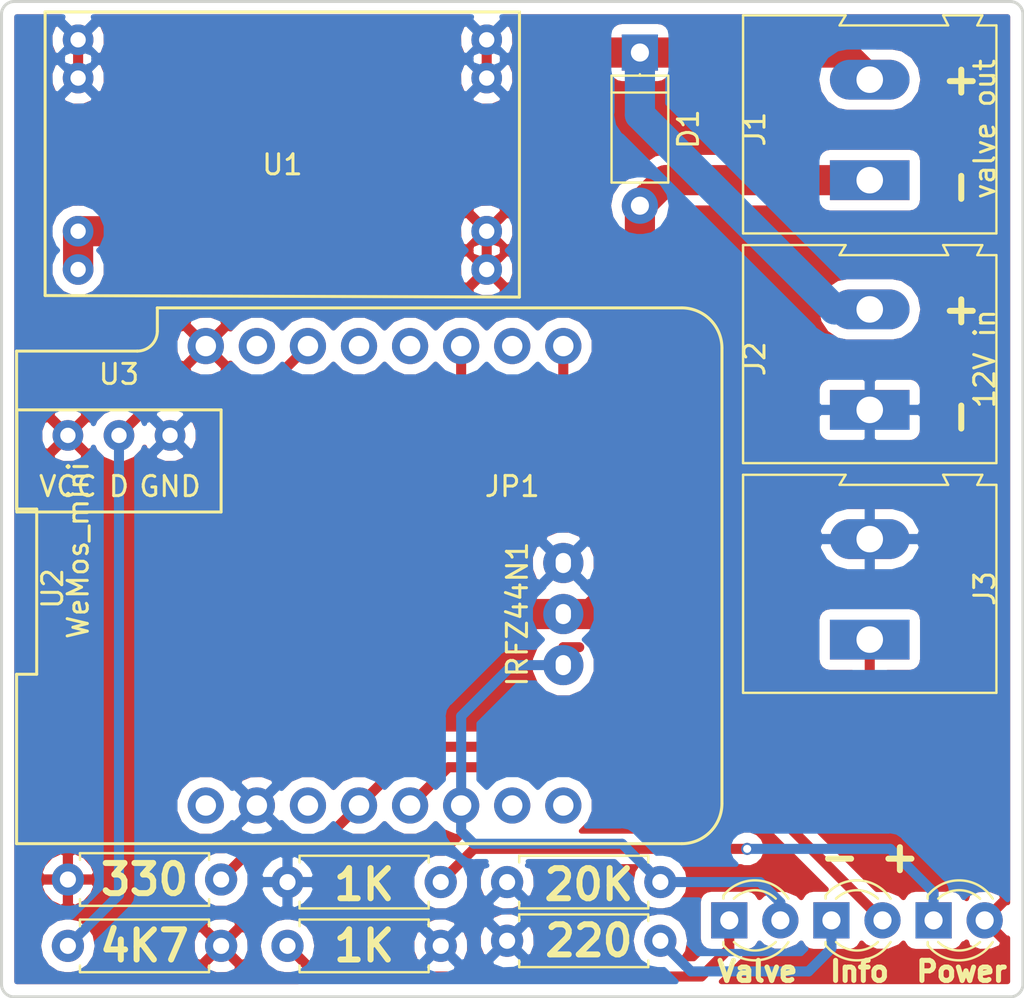
<source format=kicad_pcb>
(kicad_pcb (version 20171130) (host pcbnew 5.0.1)
  (layers (0 F.Cu signal) (31 B.Cu signal) (34 B.Paste user) (35 F.Paste user) (36 B.SilkS user) (37 F.SilkS user) (38 B.Mask user) (39 F.Mask user) (44 Edge.Cuts user))
  (net 0 "")
  (net 1 +12V)
  (net 2 "Net-(D1-Pad2)")
  (net 3 GND)
  (net 4 "Net-(U2-Pad1)")
  (net 5 "Net-(U2-Pad15)")
  (net 6 "Net-(U2-Pad3)")
  (net 7 "Net-(U2-Pad13)")
  (net 8 "Net-(U2-Pad12)")
  (net 9 "Net-(U2-Pad10)")
  (net 10 "Net-(U2-Pad7)")
  (net 11 "Net-(U2-Pad8)")
  (net 12 "Net-(D2-Pad1)")
  (net 13 "Net-(D2-Pad2)")
  (net 14 "Net-(D3-Pad1)")
  (net 15 "Net-(D4-Pad1)")
  (net 16 "Net-(D4-Pad2)")
  (net 17 +3V3)
  (net 18 "Net-(JP1-Pad1)")
  (net 19 "Net-(JP1-Pad2)")
  (net 20 "Net-(J3-Pad1)")
  (net 21 "Net-(R6-Pad2)")
  (module custom:wemos (layer F.Cu) (at 144.78 86.995)
    (fp_text reference U2 (at -16.51 0.635 90) (layer F.SilkS))
    (fp_text value WeMos_mini (at -15.24 -1.27 90) (layer F.SilkS))
    (fp_line (start -18.3 13.33) (end 14.78 13.33) (layer F.SilkS) (width 0.15))
    (fp_line (start 16.78 11.33) (end 16.78 -11.33) (layer F.SilkS) (width 0.15))
    (fp_line (start 14.78 -13.33) (end -11.3 -13.33) (layer F.SilkS) (width 0.15))
    (fp_line (start -18.3 -11.18) (end -18.3 -3.32) (layer F.SilkS) (width 0.15))
    (fp_line (start -18.3 -3.32) (end -17.3 -3.32) (layer F.SilkS) (width 0.15))
    (fp_line (start -17.3 -3.32) (end -17.3 4.9) (layer F.SilkS) (width 0.15))
    (fp_line (start -17.3 4.9) (end -18.3 4.9) (layer F.SilkS) (width 0.15))
    (fp_line (start -18.3 4.9) (end -18.3 13.329999) (layer F.SilkS) (width 0.15))
    (fp_arc (start 14.78 -11.33) (end 14.78 -13.33) (angle 90) (layer F.SilkS) (width 0.15))
    (fp_arc (start 14.78 11.33) (end 16.78 11.33) (angle 90) (layer F.SilkS) (width 0.15))
    (fp_line (start -18.3 -11.18) (end -12.3 -11.18) (layer F.SilkS) (width 0.15))
    (fp_arc (start -12.3 -12.18) (end -11.3 -12.18) (angle 90) (layer F.SilkS) (width 0.15))
    (fp_line (start -11.3 -12.17) (end -11.3 -13.33) (layer F.SilkS) (width 0.15))
    (fp_line (start -11.3 -13.33) (end -11.3 -13.33) (layer F.SilkS) (width 0.15))
    (pad 16 thru_hole circle (at -8.89 -11.43) (size 1.8 1.8) (drill 1.016) (layers *.Cu *.Mask) (net 17 +3V3))
    (pad 1 thru_hole circle (at -8.89 11.43) (size 1.8 1.8) (drill 1.016) (layers *.Cu *.Mask) (net 4 "Net-(U2-Pad1)"))
    (pad 15 thru_hole circle (at -6.35 -11.43) (size 1.8 1.8) (drill 1.016) (layers *.Cu *.Mask) (net 5 "Net-(U2-Pad15)"))
    (pad 2 thru_hole circle (at -6.35 11.43) (size 1.8 1.8) (drill 1.016) (layers *.Cu *.Mask) (net 3 GND))
    (pad 14 thru_hole circle (at -3.81 -11.43) (size 1.8 1.8) (drill 1.016) (layers *.Cu *.Mask) (net 21 "Net-(R6-Pad2)"))
    (pad 3 thru_hole circle (at -3.81 11.43) (size 1.8 1.8) (drill 1.016) (layers *.Cu *.Mask) (net 6 "Net-(U2-Pad3)"))
    (pad 13 thru_hole circle (at -1.27 -11.43) (size 1.8 1.8) (drill 1.016) (layers *.Cu *.Mask) (net 7 "Net-(U2-Pad13)"))
    (pad 4 thru_hole circle (at -1.27 11.43) (size 1.8 1.8) (drill 1.016) (layers *.Cu *.Mask) (net 20 "Net-(J3-Pad1)"))
    (pad 12 thru_hole circle (at 1.27 -11.43) (size 1.8 1.8) (drill 1.016) (layers *.Cu *.Mask) (net 8 "Net-(U2-Pad12)"))
    (pad 5 thru_hole circle (at 1.27 11.43) (size 1.8 1.8) (drill 1.016) (layers *.Cu *.Mask) (net 16 "Net-(D4-Pad2)"))
    (pad 11 thru_hole circle (at 3.81 -11.43) (size 1.8 1.8) (drill 1.016) (layers *.Cu *.Mask) (net 18 "Net-(JP1-Pad1)"))
    (pad 6 thru_hole circle (at 3.81 11.43) (size 1.8 1.8) (drill 1.016) (layers *.Cu *.Mask) (net 13 "Net-(D2-Pad2)"))
    (pad 10 thru_hole circle (at 6.35 -11.43) (size 1.8 1.8) (drill 1.016) (layers *.Cu *.Mask) (net 9 "Net-(U2-Pad10)"))
    (pad 7 thru_hole circle (at 6.35 11.43) (size 1.8 1.8) (drill 1.016) (layers *.Cu *.Mask) (net 10 "Net-(U2-Pad7)"))
    (pad 9 thru_hole circle (at 8.89 -11.43) (size 1.8 1.8) (drill 1.016) (layers *.Cu *.Mask) (net 19 "Net-(JP1-Pad2)"))
    (pad 8 thru_hole circle (at 8.89 11.43) (size 1.8 1.8) (drill 1.016) (layers *.Cu *.Mask) (net 11 "Net-(U2-Pad8)"))
  )
  (module custom:irlz44n (layer F.Cu) (at 148.336 88.9)
    (fp_text reference IRFZ44N1 (at 3.048 0 -90) (layer F.SilkS))
    (fp_text value " ")
    (pad 2 thru_hole circle (at 5.334 2.54) (size 2 2) (drill oval 0.762 1) (layers *.Cu *.Mask) (net 13 "Net-(D2-Pad2)"))
    (pad 3 thru_hole circle (at 5.334 0) (size 2 2) (drill oval 0.762 1) (layers *.Cu *.Mask) (net 2 "Net-(D1-Pad2)"))
    (pad 1 thru_hole circle (at 5.334 -2.54) (size 2 2) (drill oval 0.762 1) (layers *.Cu *.Mask) (net 3 GND))
    (pad 3 smd rect (at -8.636 0) (size 12 9.5) (layers F.Cu F.Paste F.Mask) (net 2 "Net-(D1-Pad2)"))
  )
  (module custom:stepdown (layer F.Cu) (at 139.7 66.04)
    (fp_text reference U1 (at 0 0.5) (layer F.SilkS))
    (fp_text value stepdown)
    (fp_line (start -11.79068 -7.10184) (end 11.79068 -7.10184) (layer F.SilkS) (width 0.15))
    (fp_line (start 11.79068 -7.10184) (end 11.7856 7.0866) (layer F.SilkS) (width 0.15))
    (fp_line (start 11.7856 7.0866) (end -11.80084 7.0104) (layer F.SilkS) (width 0.15))
    (fp_line (start -11.80084 7.0104) (end -11.80084 -7.10184) (layer F.SilkS) (width 0.15))
    (fp_line (start -11.80084 -7.10184) (end -11.75512 -7.07644) (layer F.SilkS) (width 0.15))
    (pad 1 thru_hole circle (at -10.16 -5.715) (size 1.524 1.524) (drill 0.762) (layers *.Cu *.Mask) (net 3 GND))
    (pad 1 thru_hole circle (at -10.16 -3.81) (size 1.524 1.524) (drill 0.762) (layers *.Cu *.Mask) (net 3 GND))
    (pad 3 thru_hole circle (at -10.16 5.715) (size 1.524 1.524) (drill 0.762) (layers *.Cu *.Mask) (net 1 +12V))
    (pad 3 thru_hole circle (at -10.16 3.81) (size 1.524 1.524) (drill 0.762) (layers *.Cu *.Mask) (net 1 +12V))
    (pad 2 thru_hole circle (at 10.16 -5.715) (size 1.524 1.524) (drill 0.762) (layers *.Cu *.Mask) (net 3 GND))
    (pad 2 thru_hole circle (at 10.16 -3.81) (size 1.524 1.524) (drill 0.762) (layers *.Cu *.Mask) (net 3 GND))
    (pad 4 thru_hole circle (at 10.16 5.715) (size 1.524 1.524) (drill 0.762) (layers *.Cu *.Mask) (net 17 +3V3))
    (pad 4 thru_hole circle (at 10.16 3.81) (size 1.524 1.524) (drill 0.762) (layers *.Cu *.Mask) (net 17 +3V3))
  )
  (module Resistors_THT:R_Axial_DIN0207_L6.3mm_D2.5mm_P7.62mm_Horizontal (layer F.Cu) (at 147.574 102.235 180)
    (fp_text reference R3 hide)
    (fp_text value R)
    (fp_line (start 0.6 -0.98) (end 0.6 -1.31) (layer F.SilkS) (width 0.12))
    (fp_line (start 0.6 -1.31) (end 7.02 -1.31) (layer F.SilkS) (width 0.12))
    (fp_line (start 7.02 -1.31) (end 7.02 -0.98) (layer F.SilkS) (width 0.12))
    (fp_line (start 0.6 0.98) (end 0.6 1.31) (layer F.SilkS) (width 0.12))
    (fp_line (start 0.6 1.31) (end 7.02 1.31) (layer F.SilkS) (width 0.12))
    (fp_line (start 7.02 1.31) (end 7.02 0.98) (layer F.SilkS) (width 0.12))
    (pad 1 thru_hole circle (at 0 0 180) (size 1.6 1.6) (drill 0.8) (layers *.Cu *.Mask) (net 14 "Net-(D3-Pad1)"))
    (pad 2 thru_hole oval (at 7.62 0 180) (size 1.6 1.6) (drill 0.8) (layers *.Cu *.Mask) (net 3 GND))
  )
  (module Diodes_THT:D_A-405_P7.62mm_Horizontal (layer F.Cu) (at 157.48 60.96 270)
    (fp_text reference D1 (at 3.81 -2.41 270) (layer F.SilkS))
    (fp_text value " ")
    (fp_line (start 1.99 -1.41) (end 1.99 1.41) (layer F.SilkS) (width 0.12))
    (fp_line (start 6.54 0) (end 6.47 0) (layer F.SilkS) (width 0.12))
    (fp_line (start 1.08 0) (end 1.15 0) (layer F.SilkS) (width 0.12))
    (fp_line (start 6.47 -1.41) (end 1.15 -1.41) (layer F.SilkS) (width 0.12))
    (fp_line (start 6.47 1.41) (end 6.47 -1.41) (layer F.SilkS) (width 0.12))
    (fp_line (start 1.15 1.41) (end 6.47 1.41) (layer F.SilkS) (width 0.12))
    (fp_line (start 1.15 -1.41) (end 1.15 1.41) (layer F.SilkS) (width 0.12))
    (pad 2 thru_hole oval (at 7.62 0 270) (size 1.8 1.8) (drill 0.9) (layers *.Cu *.Mask) (net 2 "Net-(D1-Pad2)"))
    (pad 1 thru_hole rect (at 0 0 270) (size 1.8 1.8) (drill 0.9) (layers *.Cu *.Mask) (net 1 +12V))
  )
  (module LEDs:LED_D3.0mm (layer F.Cu) (at 167.005 104.14)
    (fp_text reference D4 hide)
    (fp_text value LED)
    (fp_line (start -0.29 1.08) (end -0.29 1.236) (layer F.SilkS) (width 0.12))
    (fp_line (start -0.29 -1.236) (end -0.29 -1.08) (layer F.SilkS) (width 0.12))
    (fp_arc (start 1.27 0) (end 0.229039 1.08) (angle -87.9) (layer F.SilkS) (width 0.12))
    (fp_arc (start 1.27 0) (end 0.229039 -1.08) (angle 87.9) (layer F.SilkS) (width 0.12))
    (fp_arc (start 1.27 0) (end -0.29 1.235516) (angle -108.8) (layer F.SilkS) (width 0.12))
    (fp_arc (start 1.27 0) (end -0.29 -1.235516) (angle 108.8) (layer F.SilkS) (width 0.12))
    (pad 2 thru_hole circle (at 2.54 0) (size 1.8 1.8) (drill 0.9) (layers *.Cu *.Mask) (net 16 "Net-(D4-Pad2)"))
    (pad 1 thru_hole rect (at 0 0) (size 1.8 1.8) (drill 0.9) (layers *.Cu *.Mask) (net 15 "Net-(D4-Pad1)"))
  )
  (module LEDs:LED_D3.0mm (layer F.Cu) (at 172.085 104.14)
    (fp_text reference D3 hide)
    (fp_text value LED)
    (fp_arc (start 1.27 0) (end -0.29 -1.235516) (angle 108.8) (layer F.SilkS) (width 0.12))
    (fp_arc (start 1.27 0) (end -0.29 1.235516) (angle -108.8) (layer F.SilkS) (width 0.12))
    (fp_arc (start 1.27 0) (end 0.229039 -1.08) (angle 87.9) (layer F.SilkS) (width 0.12))
    (fp_arc (start 1.27 0) (end 0.229039 1.08) (angle -87.9) (layer F.SilkS) (width 0.12))
    (fp_line (start -0.29 -1.236) (end -0.29 -1.08) (layer F.SilkS) (width 0.12))
    (fp_line (start -0.29 1.08) (end -0.29 1.236) (layer F.SilkS) (width 0.12))
    (pad 1 thru_hole rect (at 0 0) (size 1.8 1.8) (drill 0.9) (layers *.Cu *.Mask) (net 14 "Net-(D3-Pad1)"))
    (pad 2 thru_hole circle (at 2.54 0) (size 1.8 1.8) (drill 0.9) (layers *.Cu *.Mask) (net 17 +3V3))
  )
  (module LEDs:LED_D3.0mm (layer F.Cu) (at 161.925 104.14)
    (fp_text reference D2 hide)
    (fp_text value LED)
    (fp_line (start -0.29 1.08) (end -0.29 1.236) (layer F.SilkS) (width 0.12))
    (fp_line (start -0.29 -1.236) (end -0.29 -1.08) (layer F.SilkS) (width 0.12))
    (fp_arc (start 1.27 0) (end 0.229039 1.08) (angle -87.9) (layer F.SilkS) (width 0.12))
    (fp_arc (start 1.27 0) (end 0.229039 -1.08) (angle 87.9) (layer F.SilkS) (width 0.12))
    (fp_arc (start 1.27 0) (end -0.29 1.235516) (angle -108.8) (layer F.SilkS) (width 0.12))
    (fp_arc (start 1.27 0) (end -0.29 -1.235516) (angle 108.8) (layer F.SilkS) (width 0.12))
    (pad 2 thru_hole circle (at 2.54 0) (size 1.8 1.8) (drill 0.9) (layers *.Cu *.Mask) (net 13 "Net-(D2-Pad2)"))
    (pad 1 thru_hole rect (at 0 0) (size 1.8 1.8) (drill 0.9) (layers *.Cu *.Mask) (net 12 "Net-(D2-Pad1)"))
  )
  (module Resistors_THT:R_Axial_DIN0207_L6.3mm_D2.5mm_P7.62mm_Horizontal (layer F.Cu) (at 150.876 102.235)
    (fp_text reference R1 hide)
    (fp_text value 20K)
    (fp_line (start 7.02 1.31) (end 7.02 0.98) (layer F.SilkS) (width 0.12))
    (fp_line (start 0.6 1.31) (end 7.02 1.31) (layer F.SilkS) (width 0.12))
    (fp_line (start 0.6 0.98) (end 0.6 1.31) (layer F.SilkS) (width 0.12))
    (fp_line (start 7.02 -1.31) (end 7.02 -0.98) (layer F.SilkS) (width 0.12))
    (fp_line (start 0.6 -1.31) (end 7.02 -1.31) (layer F.SilkS) (width 0.12))
    (fp_line (start 0.6 -0.98) (end 0.6 -1.31) (layer F.SilkS) (width 0.12))
    (pad 2 thru_hole oval (at 7.62 0) (size 1.6 1.6) (drill 0.8) (layers *.Cu *.Mask) (net 13 "Net-(D2-Pad2)"))
    (pad 1 thru_hole circle (at 0 0) (size 1.6 1.6) (drill 0.8) (layers *.Cu *.Mask) (net 3 GND))
  )
  (module Connectors_Terminal_Blocks:TerminalBlock_Altech_AK300-2_P5.00mm (layer F.Cu) (at 168.91 78.74 90)
    (fp_text reference J2 (at 2.54 -5.715 90) (layer F.SilkS))
    (fp_text value "12V in" (at 2.54 5.715 90) (layer F.SilkS))
    (fp_line (start -2.65 -6.3) (end -2.65 6.3) (layer F.SilkS) (width 0.12))
    (fp_line (start -2.65 6.3) (end 7.7 6.3) (layer F.SilkS) (width 0.12))
    (fp_line (start 7.7 6.3) (end 7.7 5.35) (layer F.SilkS) (width 0.12))
    (fp_line (start 7.7 5.35) (end 8.2 5.6) (layer F.SilkS) (width 0.12))
    (fp_line (start 8.2 5.6) (end 8.2 3.7) (layer F.SilkS) (width 0.12))
    (fp_line (start 8.2 3.7) (end 8.2 3.65) (layer F.SilkS) (width 0.12))
    (fp_line (start 8.2 3.65) (end 7.7 3.9) (layer F.SilkS) (width 0.12))
    (fp_line (start 7.7 3.9) (end 7.7 -1.5) (layer F.SilkS) (width 0.12))
    (fp_line (start 7.7 -1.5) (end 8.2 -1.2) (layer F.SilkS) (width 0.12))
    (fp_line (start 8.2 -1.2) (end 8.2 -6.3) (layer F.SilkS) (width 0.12))
    (fp_line (start 8.2 -6.3) (end -2.65 -6.3) (layer F.SilkS) (width 0.12))
    (pad 1 thru_hole rect (at 0 0 90) (size 1.98 3.96) (drill 1.32) (layers *.Cu *.Mask) (net 3 GND))
    (pad 2 thru_hole oval (at 5 0 90) (size 1.98 3.96) (drill 1.32) (layers *.Cu *.Mask) (net 1 +12V))
  )
  (module Connectors_Terminal_Blocks:TerminalBlock_Altech_AK300-2_P5.00mm (layer F.Cu) (at 168.91 67.31 90)
    (fp_text reference J1 (at 2.54 -5.715 90) (layer F.SilkS))
    (fp_text value "valve out" (at 2.54 5.715 90) (layer F.SilkS))
    (fp_line (start -2.65 -6.3) (end -2.65 6.3) (layer F.SilkS) (width 0.12))
    (fp_line (start -2.65 6.3) (end 7.7 6.3) (layer F.SilkS) (width 0.12))
    (fp_line (start 7.7 6.3) (end 7.7 5.35) (layer F.SilkS) (width 0.12))
    (fp_line (start 7.7 5.35) (end 8.2 5.6) (layer F.SilkS) (width 0.12))
    (fp_line (start 8.2 5.6) (end 8.2 3.7) (layer F.SilkS) (width 0.12))
    (fp_line (start 8.2 3.7) (end 8.2 3.65) (layer F.SilkS) (width 0.12))
    (fp_line (start 8.2 3.65) (end 7.7 3.9) (layer F.SilkS) (width 0.12))
    (fp_line (start 7.7 3.9) (end 7.7 -1.5) (layer F.SilkS) (width 0.12))
    (fp_line (start 7.7 -1.5) (end 8.2 -1.2) (layer F.SilkS) (width 0.12))
    (fp_line (start 8.2 -1.2) (end 8.2 -6.3) (layer F.SilkS) (width 0.12))
    (fp_line (start 8.2 -6.3) (end -2.65 -6.3) (layer F.SilkS) (width 0.12))
    (pad 1 thru_hole rect (at 0 0 90) (size 1.98 3.96) (drill 1.32) (layers *.Cu *.Mask) (net 2 "Net-(D1-Pad2)"))
    (pad 2 thru_hole oval (at 5 0 90) (size 1.98 3.96) (drill 1.32) (layers *.Cu *.Mask) (net 1 +12V))
  )
  (module Resistors_THT:R_Axial_DIN0207_L6.3mm_D2.5mm_P7.62mm_Horizontal (layer F.Cu) (at 147.574 105.41 180)
    (fp_text reference R2 hide)
    (fp_text value R)
    (fp_line (start 0.6 -0.98) (end 0.6 -1.31) (layer F.SilkS) (width 0.12))
    (fp_line (start 0.6 -1.31) (end 7.02 -1.31) (layer F.SilkS) (width 0.12))
    (fp_line (start 7.02 -1.31) (end 7.02 -0.98) (layer F.SilkS) (width 0.12))
    (fp_line (start 0.6 0.98) (end 0.6 1.31) (layer F.SilkS) (width 0.12))
    (fp_line (start 0.6 1.31) (end 7.02 1.31) (layer F.SilkS) (width 0.12))
    (fp_line (start 7.02 1.31) (end 7.02 0.98) (layer F.SilkS) (width 0.12))
    (pad 1 thru_hole circle (at 0 0 180) (size 1.6 1.6) (drill 0.8) (layers *.Cu *.Mask) (net 3 GND))
    (pad 2 thru_hole oval (at 7.62 0 180) (size 1.6 1.6) (drill 0.8) (layers *.Cu *.Mask) (net 12 "Net-(D2-Pad1)"))
  )
  (module Resistors_THT:R_Axial_DIN0207_L6.3mm_D2.5mm_P7.62mm_Horizontal (layer F.Cu) (at 150.876 105.156)
    (fp_text reference R4 hide)
    (fp_text value R)
    (fp_line (start 0.6 -0.98) (end 0.6 -1.31) (layer F.SilkS) (width 0.12))
    (fp_line (start 0.6 -1.31) (end 7.02 -1.31) (layer F.SilkS) (width 0.12))
    (fp_line (start 7.02 -1.31) (end 7.02 -0.98) (layer F.SilkS) (width 0.12))
    (fp_line (start 0.6 0.98) (end 0.6 1.31) (layer F.SilkS) (width 0.12))
    (fp_line (start 0.6 1.31) (end 7.02 1.31) (layer F.SilkS) (width 0.12))
    (fp_line (start 7.02 1.31) (end 7.02 0.98) (layer F.SilkS) (width 0.12))
    (pad 1 thru_hole circle (at 0 0) (size 1.6 1.6) (drill 0.8) (layers *.Cu *.Mask) (net 3 GND))
    (pad 2 thru_hole oval (at 7.62 0) (size 1.6 1.6) (drill 0.8) (layers *.Cu *.Mask) (net 15 "Net-(D4-Pad1)"))
  )
  (module Connectors_Terminal_Blocks:TerminalBlock_Altech_AK300-2_P5.00mm (layer F.Cu) (at 168.91 90.17 90)
    (fp_text reference J3 (at 2.54 5.715 90) (layer F.SilkS))
    (fp_text value sense)
    (fp_line (start 8.2 -6.3) (end -2.65 -6.3) (layer F.SilkS) (width 0.12))
    (fp_line (start 8.2 -1.2) (end 8.2 -6.3) (layer F.SilkS) (width 0.12))
    (fp_line (start 7.7 -1.5) (end 8.2 -1.2) (layer F.SilkS) (width 0.12))
    (fp_line (start 7.7 3.9) (end 7.7 -1.5) (layer F.SilkS) (width 0.12))
    (fp_line (start 8.2 3.65) (end 7.7 3.9) (layer F.SilkS) (width 0.12))
    (fp_line (start 8.2 3.7) (end 8.2 3.65) (layer F.SilkS) (width 0.12))
    (fp_line (start 8.2 5.6) (end 8.2 3.7) (layer F.SilkS) (width 0.12))
    (fp_line (start 7.7 5.35) (end 8.2 5.6) (layer F.SilkS) (width 0.12))
    (fp_line (start 7.7 6.3) (end 7.7 5.35) (layer F.SilkS) (width 0.12))
    (fp_line (start -2.65 6.3) (end 7.7 6.3) (layer F.SilkS) (width 0.12))
    (fp_line (start -2.65 -6.3) (end -2.65 6.3) (layer F.SilkS) (width 0.12))
    (pad 2 thru_hole oval (at 5 0 90) (size 1.98 3.96) (drill 1.32) (layers *.Cu *.Mask) (net 3 GND))
    (pad 1 thru_hole rect (at 0 0 90) (size 1.98 3.96) (drill 1.32) (layers *.Cu *.Mask) (net 20 "Net-(J3-Pad1)"))
  )
  (module Resistors_THT:R_Axial_DIN0207_L6.3mm_D2.5mm_P7.62mm_Horizontal (layer F.Cu) (at 136.652 102.108 180)
    (fp_text reference R5 hide)
    (fp_text value R)
    (fp_line (start 7.02 1.31) (end 7.02 0.98) (layer F.SilkS) (width 0.12))
    (fp_line (start 0.6 1.31) (end 7.02 1.31) (layer F.SilkS) (width 0.12))
    (fp_line (start 0.6 0.98) (end 0.6 1.31) (layer F.SilkS) (width 0.12))
    (fp_line (start 7.02 -1.31) (end 7.02 -0.98) (layer F.SilkS) (width 0.12))
    (fp_line (start 0.6 -1.31) (end 7.02 -1.31) (layer F.SilkS) (width 0.12))
    (fp_line (start 0.6 -0.98) (end 0.6 -1.31) (layer F.SilkS) (width 0.12))
    (pad 2 thru_hole oval (at 7.62 0 180) (size 1.6 1.6) (drill 0.8) (layers *.Cu *.Mask) (net 17 +3V3))
    (pad 1 thru_hole circle (at 0 0 180) (size 1.6 1.6) (drill 0.8) (layers *.Cu *.Mask) (net 20 "Net-(J3-Pad1)"))
  )
  (module custom:jumper (layer F.Cu) (at 151.13 80.01)
    (fp_text reference JP1 (at 0 2.54) (layer F.SilkS))
    (fp_text value "deepsleep jumper")
    (pad 1 smd trapezoid (at -0.8128 0) (size 1.524 1.524) (rect_delta -1 0) (layers F.Cu F.Paste F.Mask) (net 18 "Net-(JP1-Pad1)"))
    (pad 2 smd trapezoid (at 0.8128 0) (size 1.524 1.524) (rect_delta 1 0) (layers F.Cu F.Paste F.Mask) (net 19 "Net-(JP1-Pad2)"))
  )
  (module Resistors_THT:R_Axial_DIN0207_L6.3mm_D2.5mm_P7.62mm_Horizontal (layer F.Cu) (at 136.652 105.41 180)
    (fp_text reference R6 hide)
    (fp_text value R)
    (fp_line (start 7.02 1.31) (end 7.02 0.98) (layer F.SilkS) (width 0.12))
    (fp_line (start 0.6 1.31) (end 7.02 1.31) (layer F.SilkS) (width 0.12))
    (fp_line (start 0.6 0.98) (end 0.6 1.31) (layer F.SilkS) (width 0.12))
    (fp_line (start 7.02 -1.31) (end 7.02 -0.98) (layer F.SilkS) (width 0.12))
    (fp_line (start 0.6 -1.31) (end 7.02 -1.31) (layer F.SilkS) (width 0.12))
    (fp_line (start 0.6 -0.98) (end 0.6 -1.31) (layer F.SilkS) (width 0.12))
    (pad 2 thru_hole oval (at 7.62 0 180) (size 1.6 1.6) (drill 0.8) (layers *.Cu *.Mask) (net 21 "Net-(R6-Pad2)"))
    (pad 1 thru_hole circle (at 0 0 180) (size 1.6 1.6) (drill 0.8) (layers *.Cu *.Mask) (net 17 +3V3))
  )
  (module custom:temperature_sensor (layer F.Cu) (at 131.572 77.47 180)
    (fp_text reference U3 (at 0 0.5 180) (layer F.SilkS))
    (fp_text value DS18B20)
    (fp_text user GND (at -2.54 -5.08 180) (layer F.SilkS))
    (fp_text user D (at 0 -5.08 180) (layer F.SilkS))
    (fp_text user VCC (at 2.54 -5.08 180) (layer F.SilkS))
    (fp_line (start -5.08 -6.35) (end 5.08 -6.35) (layer F.SilkS) (width 0.15))
    (fp_line (start 5.08 -6.35) (end 5.08 -1.27) (layer F.SilkS) (width 0.15))
    (fp_line (start 5.08 -1.27) (end -5.08 -1.27) (layer F.SilkS) (width 0.15))
    (fp_line (start -5.08 -1.27) (end -5.08 -6.35) (layer F.SilkS) (width 0.15))
    (pad 1 thru_hole circle (at -2.54 -2.54 180) (size 1.524 1.524) (drill 0.762) (layers *.Cu *.Mask) (net 3 GND))
    (pad 2 thru_hole circle (at 0 -2.54 180) (size 1.524 1.524) (drill 0.762) (layers *.Cu *.Mask) (net 21 "Net-(R6-Pad2)"))
    (pad 3 thru_hole circle (at 2.54 -2.54 180) (size 1.524 1.524) (drill 0.762) (layers *.Cu *.Mask) (net 17 +3V3))
  )
  (gr_text Valve (at 163.322 106.68) (layer F.SilkS) (effects (font (size 1 1) (thickness 0.25))))
  (gr_text Info (at 168.402 106.68) (layer F.SilkS) (effects (font (size 1 1) (thickness 0.25))))
  (gr_text Power (at 173.482 106.68) (layer F.SilkS) (effects (font (size 1 1) (thickness 0.25))))
  (gr_text 20K (at 154.94 102.362) (layer F.SilkS) (effects (font (size 1.5 1.5) (thickness 0.3))))
  (gr_text 220 (at 154.94 105.156) (layer F.SilkS) (effects (font (size 1.5 1.5) (thickness 0.3))))
  (gr_text 1K (at 143.764 105.41) (layer F.SilkS) (effects (font (size 1.5 1.5) (thickness 0.3))))
  (gr_text 1K (at 143.764 102.362) (layer F.SilkS) (effects (font (size 1.5 1.5) (thickness 0.3))))
  (gr_text 4K7 (at 132.842 105.41) (layer F.SilkS) (effects (font (size 1.5 1.5) (thickness 0.3))))
  (gr_text 330 (at 132.842 102.108) (layer F.SilkS) (effects (font (size 1.5 1.5) (thickness 0.3))))
  (gr_arc (start 175.895 107.315) (end 176.53 107.315) (angle 90) (layer Edge.Cuts) (width 0.15))
  (gr_text "- +" (at 168.91 100.965) (layer F.SilkS) (effects (font (size 1.5 1.5) (thickness 0.3))))
  (gr_text "-   +" (at 173.355 65.024 90) (layer F.SilkS) (effects (font (size 1.5 1.5) (thickness 0.3))))
  (gr_text "-   +" (at 173.355 76.454 90) (layer F.SilkS) (effects (font (size 1.5 1.5) (thickness 0.3))))
  (gr_line (start 175.895 107.95) (end 126.365 107.95) (angle 90) (layer Edge.Cuts) (width 0.15))
  (gr_arc (start 126.365 107.315) (end 126.365 107.95) (angle 90) (layer Edge.Cuts) (width 0.15))
  (gr_line (start 126.365 107.95) (end 175.895 107.95) (angle 90) (layer Edge.Cuts) (width 0.15))
  (gr_line (start 176.53 59.055) (end 176.53 107.315) (angle 90) (layer Edge.Cuts) (width 0.15))
  (gr_arc (start 126.365 59.055) (end 125.73 59.055) (angle 90) (layer Edge.Cuts) (width 0.15))
  (gr_arc (start 175.895 59.055) (end 175.895 58.42) (angle 90) (layer Edge.Cuts) (width 0.15))
  (gr_line (start 175.895 58.42) (end 126.365 58.42) (angle 90) (layer Edge.Cuts) (width 0.15))
  (gr_line (start 176.53 59.055) (end 176.53 107.315) (angle 90) (layer Edge.Cuts) (width 0.15))
  (gr_line (start 125.73 59.055) (end 125.73 107.315) (angle 90) (layer Edge.Cuts) (width 0.15))
  (segment (start 157.48 60.96) (end 157.48 64.06) (width 1.5) (layer B.Cu) (net 1))
  (segment (start 157.48 64.06) (end 167.16 73.74) (width 1.5) (layer B.Cu) (net 1))
  (segment (start 167.16 73.74) (end 168.91 73.74) (width 1.5) (layer B.Cu) (net 1))
  (segment (start 129.54 69.85) (end 137.922 69.85) (width 1.5) (layer F.Cu) (net 1))
  (segment (start 137.922 69.85) (end 142.24 65.532) (width 1.5) (layer F.Cu) (net 1))
  (segment (start 129.54 69.85) (end 129.54 71.755) (width 1.5) (layer F.Cu) (net 1))
  (segment (start 155.08 60.96) (end 157.48 60.96) (width 1.5) (layer F.Cu) (net 1))
  (segment (start 150.508 65.532) (end 155.08 60.96) (width 1.5) (layer F.Cu) (net 1))
  (segment (start 142.24 65.532) (end 150.508 65.532) (width 1.5) (layer F.Cu) (net 1))
  (segment (start 167.56 60.96) (end 168.91 62.31) (width 1.5) (layer F.Cu) (net 1))
  (segment (start 157.48 60.96) (end 167.56 60.96) (width 1.5) (layer F.Cu) (net 1))
  (segment (start 158.75 67.31) (end 157.48 68.58) (width 1.5) (layer F.Cu) (net 2))
  (segment (start 168.91 67.31) (end 158.75 67.31) (width 1.5) (layer F.Cu) (net 2))
  (segment (start 139.7 88.9) (end 153.67 88.9) (width 1.5) (layer F.Cu) (net 2))
  (segment (start 155.084213 88.9) (end 153.67 88.9) (width 1.5) (layer F.Cu) (net 2))
  (segment (start 157.48 86.504213) (end 155.084213 88.9) (width 1.5) (layer F.Cu) (net 2))
  (segment (start 157.48 68.58) (end 157.48 86.504213) (width 1.5) (layer F.Cu) (net 2))
  (segment (start 149.86 60.325) (end 149.86 62.23) (width 0.5) (layer F.Cu) (net 3))
  (segment (start 129.54 62.23) (end 129.54 60.325) (width 0.5) (layer F.Cu) (net 3))
  (segment (start 160.531 106.934) (end 161.925 105.54) (width 0.5) (layer F.Cu) (net 12))
  (segment (start 161.925 105.54) (end 161.925 104.14) (width 0.5) (layer F.Cu) (net 12))
  (segment (start 141.478 106.934) (end 160.531 106.934) (width 0.5) (layer F.Cu) (net 12))
  (segment (start 139.954 105.41) (end 141.478 106.934) (width 0.5) (layer F.Cu) (net 12))
  (segment (start 148.59 99.06) (end 148.59 98.425) (width 0.5) (layer F.Cu) (net 13))
  (segment (start 158.496 102.235) (end 162.56 102.235) (width 0.5) (layer B.Cu) (net 13))
  (segment (start 164.465 104.14) (end 164.465 103.251) (width 0.5) (layer B.Cu) (net 13))
  (segment (start 163.449 102.235) (end 162.56 102.235) (width 0.5) (layer B.Cu) (net 13))
  (segment (start 164.465 103.251) (end 163.449 102.235) (width 0.5) (layer B.Cu) (net 13))
  (segment (start 148.59 99.697792) (end 149.222208 100.33) (width 0.5) (layer B.Cu) (net 13))
  (segment (start 148.59 98.425) (end 148.59 99.697792) (width 0.5) (layer B.Cu) (net 13))
  (segment (start 156.591 100.33) (end 158.496 102.235) (width 0.5) (layer B.Cu) (net 13))
  (segment (start 149.222208 100.33) (end 156.591 100.33) (width 0.5) (layer B.Cu) (net 13))
  (segment (start 148.59 93.98) (end 148.59 98.425) (width 0.5) (layer B.Cu) (net 13))
  (segment (start 153.67 91.44) (end 153.67 90.550001) (width 0.5) (layer F.Cu) (net 13))
  (segment (start 153.67 90.550001) (end 154.462001 90.550001) (width 0.5) (layer F.Cu) (net 13))
  (segment (start 151.13 91.44) (end 148.59 93.98) (width 0.5) (layer B.Cu) (net 13))
  (segment (start 153.67 91.44) (end 151.13 91.44) (width 0.5) (layer B.Cu) (net 13))
  (segment (start 147.574 102.235) (end 149.225 100.584) (width 0.5) (layer F.Cu) (net 14))
  (segment (start 149.225 100.584) (end 162.814 100.584) (width 0.5) (layer F.Cu) (net 14))
  (segment (start 162.814 100.584) (end 162.814 100.584) (width 0.5) (layer F.Cu) (net 14))
  (via (at 162.814 100.584) (size 0.6) (drill 0.4) (layers F.Cu B.Cu) (net 14))
  (segment (start 172.085 102.74) (end 172.085 104.14) (width 0.5) (layer B.Cu) (net 14))
  (segment (start 169.929 100.584) (end 172.085 102.74) (width 0.5) (layer B.Cu) (net 14))
  (segment (start 162.814 100.584) (end 169.929 100.584) (width 0.5) (layer B.Cu) (net 14))
  (segment (start 167.005 105.54) (end 167.005 104.14) (width 0.5) (layer B.Cu) (net 15))
  (segment (start 165.865 106.68) (end 167.005 105.54) (width 0.5) (layer B.Cu) (net 15))
  (segment (start 160.02 106.68) (end 165.865 106.68) (width 0.5) (layer B.Cu) (net 15))
  (segment (start 158.496 105.156) (end 160.02 106.68) (width 0.5) (layer B.Cu) (net 15))
  (segment (start 169.545 104.14) (end 161.925 96.52) (width 0.5) (layer F.Cu) (net 16))
  (segment (start 147.955 96.52) (end 146.05 98.425) (width 0.5) (layer F.Cu) (net 16))
  (segment (start 161.925 96.52) (end 147.955 96.52) (width 0.5) (layer F.Cu) (net 16))
  (segment (start 149.86 69.85) (end 149.86 71.755) (width 0.5) (layer F.Cu) (net 17))
  (segment (start 148.59 75.565) (end 148.59 78.2828) (width 0.5) (layer F.Cu) (net 18))
  (segment (start 150.3172 80.01) (end 148.59 78.2828) (width 0.5) (layer F.Cu) (net 18))
  (segment (start 153.67 78.2828) (end 153.67 75.565) (width 0.5) (layer F.Cu) (net 19))
  (segment (start 151.9428 80.01) (end 153.67 78.2828) (width 0.5) (layer F.Cu) (net 19))
  (segment (start 168.91 90.17) (end 168.91 92.71) (width 0.5) (layer F.Cu) (net 20))
  (segment (start 141.605 100.33) (end 143.51 98.425) (width 0.5) (layer F.Cu) (net 20))
  (segment (start 136.652 102.108) (end 138.43 100.33) (width 0.5) (layer F.Cu) (net 20))
  (segment (start 138.43 100.33) (end 141.605 100.33) (width 0.5) (layer F.Cu) (net 20))
  (segment (start 143.51 98.425) (end 146.431 95.504) (width 0.5) (layer F.Cu) (net 20))
  (segment (start 166.116 95.504) (end 168.91 92.71) (width 0.5) (layer F.Cu) (net 20))
  (segment (start 146.431 95.504) (end 166.116 95.504) (width 0.5) (layer F.Cu) (net 20))
  (segment (start 131.572 102.87) (end 129.032 105.41) (width 0.5) (layer B.Cu) (net 21))
  (segment (start 131.572 80.01) (end 131.572 102.87) (width 0.5) (layer B.Cu) (net 21))
  (segment (start 138.557 77.978) (end 140.97 75.565) (width 0.5) (layer F.Cu) (net 21))
  (segment (start 131.572 80.01) (end 133.604 77.978) (width 0.5) (layer F.Cu) (net 21))
  (segment (start 133.604 77.978) (end 138.557 77.978) (width 0.5) (layer F.Cu) (net 21))
  (zone (net 17) (net_name +3V3) (layer F.Cu) (connect_pads (clearance 0.508)) (min_thickness 0.254) (fill yes (arc_segments 16) (thermal_gap 0.508) (thermal_bridge_width 0.508))
    (polygon (pts (xy 126.365 59.055) (xy 175.895 59.055) (xy 175.895 107.315) (xy 126.365 107.315)))
  )
  (zone (net 3) (net_name GND) (layer B.Cu) (connect_pads (clearance 0.508)) (min_thickness 0.254) (fill yes (arc_segments 16) (thermal_gap 0.508) (thermal_bridge_width 0.508))
    (polygon (pts (xy 126.365 59.055) (xy 175.895 59.055) (xy 175.895 107.315) (xy 126.365 107.315)))
  )
)
</source>
